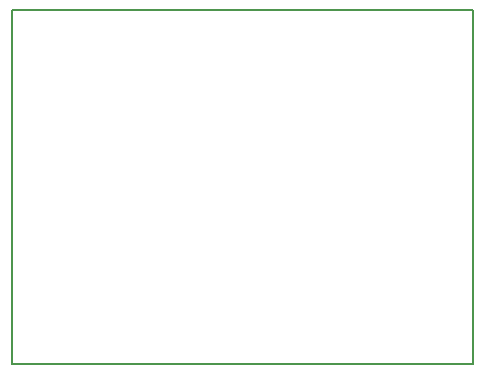
<source format=gbr>
G04 #@! TF.FileFunction,Profile,NP*
%FSLAX46Y46*%
G04 Gerber Fmt 4.6, Leading zero omitted, Abs format (unit mm)*
G04 Created by KiCad (PCBNEW 4.0.7) date 01/27/18 18:52:57*
%MOMM*%
%LPD*%
G01*
G04 APERTURE LIST*
%ADD10C,0.076200*%
%ADD11C,0.150000*%
G04 APERTURE END LIST*
D10*
D11*
X132000000Y-119000000D02*
X132000000Y-89000000D01*
X171000000Y-119000000D02*
X132000000Y-119000000D01*
X171000000Y-89000000D02*
X171000000Y-119000000D01*
X132000000Y-89000000D02*
X171000000Y-89000000D01*
M02*

</source>
